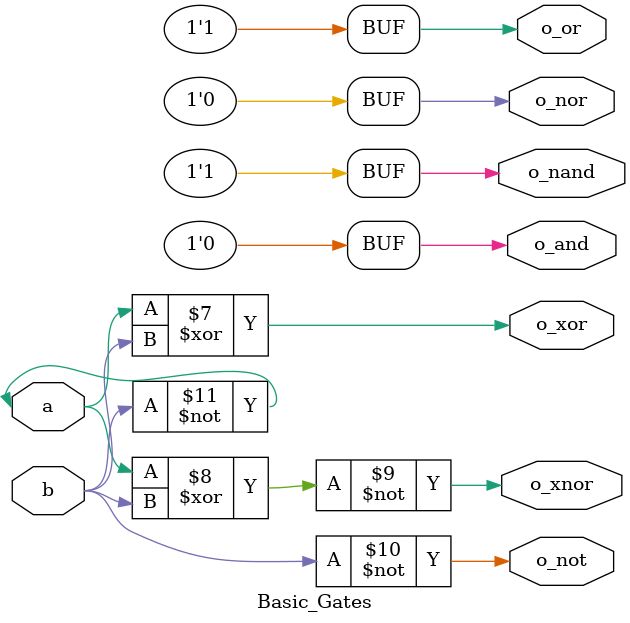
<source format=v>
`timescale 1ns / 1ps


module Basic_Gates(a,b,o_or,o_and,o_not,o_nor,o_nand,o_xor,o_xnor);
input a,b;
output o_or,o_and,o_not,o_nor,o_nand,o_xor,o_xnor;
or(o_or,a,b);
and(o_and,a,b);
not(o_not,a,b);
nor(o_nor,a,b);
nand(o_nand,a,b);
xor(o_xor,a,b);
xnor(o_xnor,a,b);
endmodule

</source>
